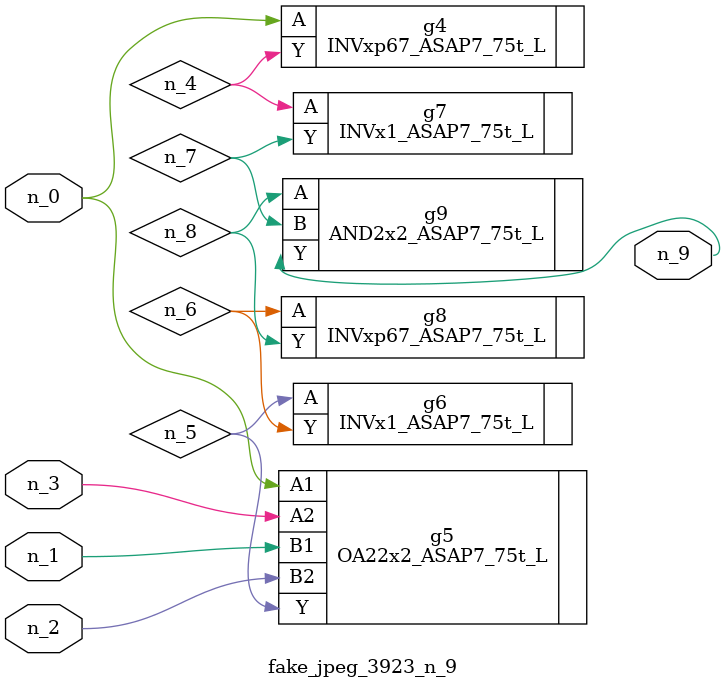
<source format=v>
module fake_jpeg_3923_n_9 (n_0, n_3, n_2, n_1, n_9);

input n_0;
input n_3;
input n_2;
input n_1;

output n_9;

wire n_4;
wire n_8;
wire n_6;
wire n_5;
wire n_7;

INVxp67_ASAP7_75t_L g4 ( 
.A(n_0),
.Y(n_4)
);

OA22x2_ASAP7_75t_L g5 ( 
.A1(n_0),
.A2(n_3),
.B1(n_1),
.B2(n_2),
.Y(n_5)
);

INVx1_ASAP7_75t_L g6 ( 
.A(n_5),
.Y(n_6)
);

INVxp67_ASAP7_75t_L g8 ( 
.A(n_6),
.Y(n_8)
);

INVx1_ASAP7_75t_L g7 ( 
.A(n_4),
.Y(n_7)
);

AND2x2_ASAP7_75t_L g9 ( 
.A(n_8),
.B(n_7),
.Y(n_9)
);


endmodule
</source>
